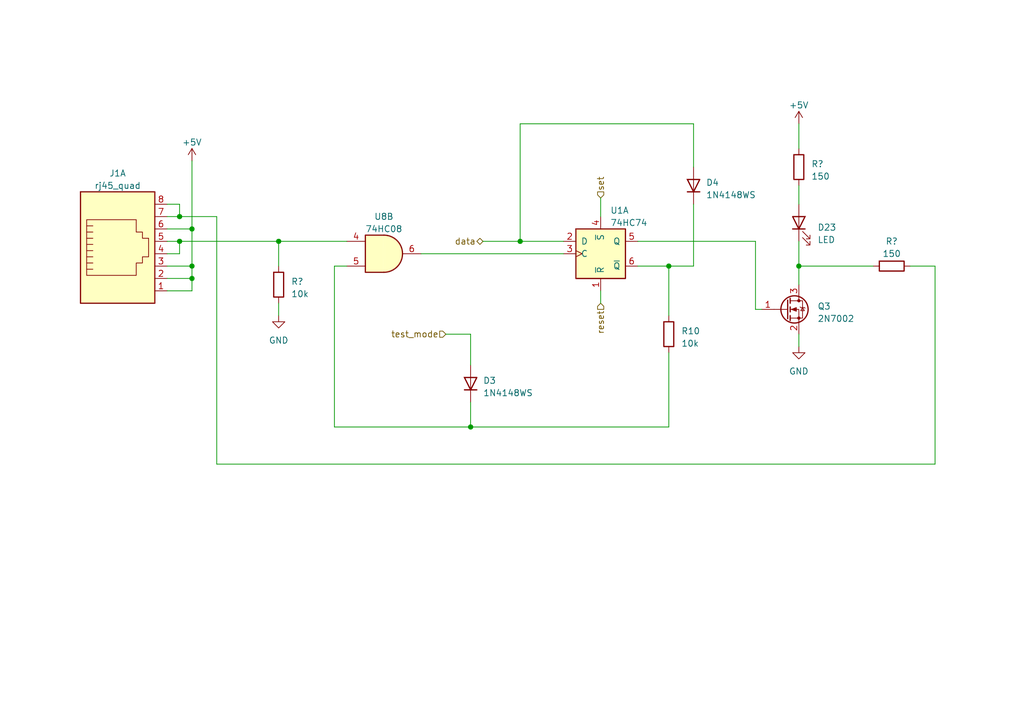
<source format=kicad_sch>
(kicad_sch (version 20230121) (generator eeschema)
  (paper "A5")
  (lib_symbols
    (symbol "74xx:74HC74" (pin_names (offset 1.016))
      (property "Reference" "U" (at -7.62 8.89 0))
      (property "Value" "74HC74" (at -7.62 -8.89 0))
      (symbol "74HC74_1_0"
        (pin input line (at 0 -7.62 90) (length 2.54) (name "~{R}") (number "1"))
        (pin input line (at -7.62 2.54 0) (length 2.54) (name "D") (number "2"))
        (pin input clock (at -7.62 0 0) (length 2.54) (name "C") (number "3"))
        (pin input line (at 0 7.62 270) (length 2.54) (name "~{S}") (number "4"))
        (pin output line (at 7.62 2.54 180) (length 2.54) (name "Q") (number "5"))
        (pin output line (at 7.62 -2.54 180) (length 2.54) (name "~{Q}") (number "6"))
      )
      (symbol "74HC74_1_1"
        (rectangle (start -5.08 5.08) (end 5.08 -5.08) (stroke (width 0.254)) (fill (type background)))
      )
      (symbol "74HC74_2_0"
        (pin input line (at 0 7.62 270) (length 2.54) (name "~{S}") (number "10"))
        (pin input clock (at -7.62 0 0) (length 2.54) (name "C") (number "11"))
        (pin input line (at -7.62 2.54 0) (length 2.54) (name "D") (number "12"))
        (pin input line (at 0 -7.62 90) (length 2.54) (name "~{R}") (number "13"))
        (pin output line (at 7.62 -2.54 180) (length 2.54) (name "~{Q}") (number "8"))
        (pin output line (at 7.62 2.54 180) (length 2.54) (name "Q") (number "9"))
      )
      (symbol "74HC74_2_1"
        (rectangle (start -5.08 5.08) (end 5.08 -5.08) (stroke (width 0.254)) (fill (type background)))
      )
      (symbol "74HC74_3_0"
        (pin power_in line (at 0 10.16 270) (length 2.54) (name "VCC") (number "14"))
        (pin power_in line (at 0 -10.16 90) (length 2.54) (name "GND") (number "7"))
      )
      (symbol "74HC74_3_1"
        (rectangle (start -5.08 7.62) (end 5.08 -7.62) (stroke (width 0.254)) (fill (type background)))
      )
    )
    (symbol "Device:D" (pin_numbers hide) (pin_names (offset 1.016) hide)
      (property "Reference" "D" (at 0 2.54 0))
      (property "Value" "D" (at 0 -2.54 0))
      (symbol "D_0_1"
        (polyline (pts (xy -1.27 1.27) (xy -1.27 -1.27)) (stroke (width 0.254)))
        (polyline (pts (xy 1.27 0) (xy -1.27 0)))
        (polyline (pts (xy 1.27 1.27) (xy 1.27 -1.27) (xy -1.27 0) (xy 1.27 1.27)) (stroke (width 0.254)))
      )
      (symbol "D_1_1"
        (pin passive line (at -3.81 0 0) (length 2.54) (name "K") (number "1"))
        (pin passive line (at 3.81 0 180) (length 2.54) (name "A") (number "2"))
      )
    )
    (symbol "Device:LED" (pin_numbers hide) (pin_names (offset 1.016) hide)
      (property "Reference" "D" (at 0 2.54 0))
      (property "Value" "LED" (at 0 -2.54 0))
      (symbol "LED_0_1"
        (polyline (pts (xy -1.27 -1.27) (xy -1.27 1.27)) (stroke (width 0.254)))
        (polyline (pts (xy -1.27 0) (xy 1.27 0)))
        (polyline (pts (xy 1.27 -1.27) (xy 1.27 1.27) (xy -1.27 0) (xy 1.27 -1.27)) (stroke (width 0.254)))
        (polyline (pts (xy -3.048 -0.762) (xy -4.572 -2.286) (xy -3.81 -2.286) (xy -4.572 -2.286) (xy -4.572 -1.524)))
        (polyline (pts (xy -1.778 -0.762) (xy -3.302 -2.286) (xy -2.54 -2.286) (xy -3.302 -2.286) (xy -3.302 -1.524)))
      )
      (symbol "LED_1_1"
        (pin passive line (at -3.81 0 0) (length 2.54) (name "K") (number "1"))
        (pin passive line (at 3.81 0 180) (length 2.54) (name "A") (number "2"))
      )
    )
    (symbol "Device:R" (pin_numbers hide) (pin_names (offset 0))
      (property "Reference" "R" (at 2.032 0 90))
      (property "Value" "R" (at 0 0 90))
      (symbol "R_0_1"
        (rectangle (start -1.016 -2.54) (end 1.016 2.54) (stroke (width 0.254)))
      )
      (symbol "R_1_1"
        (pin passive line (at 0 3.81 270) (length 1.27) (name "~") (number "1"))
        (pin passive line (at 0 -3.81 90) (length 1.27) (name "~") (number "2"))
      )
    )
    (symbol "Transistor_FET:2N7002" (pin_names hide)
      (property "Reference" "Q" (at 5.08 1.905 0))
      (property "Value" "2N7002" (at 5.08 0 0))
      (symbol "2N7002_0_1"
        (polyline (pts (xy 0.254 0) (xy -2.54 0)))
        (polyline (pts (xy 0.254 1.905) (xy 0.254 -1.905)) (stroke (width 0.254)))
        (polyline (pts (xy 0.762 -1.27) (xy 0.762 -2.286)) (stroke (width 0.254)))
        (polyline (pts (xy 0.762 0.508) (xy 0.762 -0.508)) (stroke (width 0.254)))
        (polyline (pts (xy 0.762 2.286) (xy 0.762 1.27)) (stroke (width 0.254)))
        (polyline (pts (xy 2.54 2.54) (xy 2.54 1.778)))
        (polyline (pts (xy 2.54 -2.54) (xy 2.54 0) (xy 0.762 0)))
        (polyline (pts (xy 0.762 -1.778) (xy 3.302 -1.778) (xy 3.302 1.778) (xy 0.762 1.778)))
        (polyline (pts (xy 1.016 0) (xy 2.032 0.381) (xy 2.032 -0.381) (xy 1.016 0)) (fill (type outline)))
        (polyline (pts (xy 2.794 0.508) (xy 2.921 0.381) (xy 3.683 0.381) (xy 3.81 0.254)))
        (polyline (pts (xy 3.302 0.381) (xy 2.921 -0.254) (xy 3.683 -0.254) (xy 3.302 0.381)))
        (circle (center 1.651 0) (radius 2.794) (stroke (width 0.254)))
        (circle (center 2.54 -1.778) (radius 0.254) (fill (type outline)))
        (circle (center 2.54 1.778) (radius 0.254) (fill (type outline)))
      )
      (symbol "2N7002_1_1"
        (pin input line (at -5.08 0 0) (length 2.54) (name "G") (number "1"))
        (pin passive line (at 2.54 -5.08 90) (length 2.54) (name "S") (number "2"))
        (pin passive line (at 2.54 5.08 270) (length 2.54) (name "D") (number "3"))
      )
    )
    (symbol "gates:74HC08" (pin_names (offset 1.016))
      (property "Reference" "U" (at 0 1.27 0))
      (property "Value" "74HC08" (at 0 -1.27 0))
      (symbol "74HC08_1_1"
        (arc (start 0 -3.81) (mid 3.7934 0) (end 0 3.81) (stroke (width 0.254)) (fill (type background)))
        (polyline (pts (xy 0 3.81) (xy -3.81 3.81) (xy -3.81 -3.81) (xy 0 -3.81)) (stroke (width 0.254)) (fill (type background)))
        (pin input line (at -7.62 2.54 0) (length 3.81) (name "~") (number "1"))
        (pin input line (at -7.62 -2.54 0) (length 3.81) (name "~") (number "2"))
        (pin output line (at 7.62 0 180) (length 3.81) (name "~") (number "3"))
      )
      (symbol "74HC08_1_2"
        (arc (start -3.81 -3.81) (mid -2.589 0) (end -3.81 3.81) (stroke (width 0.254)))
        (arc (start -0.6096 -3.81) (mid 2.1842 -2.5851) (end 3.81 0) (stroke (width 0.254)) (fill (type background)))
        (polyline (pts (xy -3.81 -3.81) (xy -0.635 -3.81)) (stroke (width 0.254)) (fill (type background)))
        (polyline (pts (xy -3.81 3.81) (xy -0.635 3.81)) (stroke (width 0.254)) (fill (type background)))
        (polyline (pts (xy -0.635 3.81) (xy -3.81 3.81) (xy -3.81 3.81) (xy -3.556 3.4036) (xy -3.0226 2.2606) (xy -2.6924 1.0414) (xy -2.6162 -0.254) (xy -2.7686 -1.4986) (xy -3.175 -2.7178) (xy -3.81 -3.81) (xy -3.81 -3.81) (xy -0.635 -3.81)) (stroke (width -25.4)) (fill (type background)))
        (arc (start 3.81 0) (mid 2.1915 2.5936) (end -0.6096 3.81) (stroke (width 0.254)) (fill (type background)))
        (pin input inverted (at -7.62 2.54 0) (length 4.318) (name "~") (number "1"))
        (pin input inverted (at -7.62 -2.54 0) (length 4.318) (name "~") (number "2"))
        (pin output inverted (at 7.62 0 180) (length 3.81) (name "~") (number "3"))
      )
      (symbol "74HC08_2_1"
        (arc (start 0 -3.81) (mid 3.7934 0) (end 0 3.81) (stroke (width 0.254)) (fill (type background)))
        (polyline (pts (xy 0 3.81) (xy -3.81 3.81) (xy -3.81 -3.81) (xy 0 -3.81)) (stroke (width 0.254)) (fill (type background)))
        (pin input line (at -7.62 2.54 0) (length 3.81) (name "~") (number "4"))
        (pin input line (at -7.62 -2.54 0) (length 3.81) (name "~") (number "5"))
        (pin output line (at 7.62 0 180) (length 3.81) (name "~") (number "6"))
      )
      (symbol "74HC08_2_2"
        (arc (start -3.81 -3.81) (mid -2.589 0) (end -3.81 3.81) (stroke (width 0.254)))
        (arc (start -0.6096 -3.81) (mid 2.1842 -2.5851) (end 3.81 0) (stroke (width 0.254)) (fill (type background)))
        (polyline (pts (xy -3.81 -3.81) (xy -0.635 -3.81)) (stroke (width 0.254)) (fill (type background)))
        (polyline (pts (xy -3.81 3.81) (xy -0.635 3.81)) (stroke (width 0.254)) (fill (type background)))
        (polyline (pts (xy -0.635 3.81) (xy -3.81 3.81) (xy -3.81 3.81) (xy -3.556 3.4036) (xy -3.0226 2.2606) (xy -2.6924 1.0414) (xy -2.6162 -0.254) (xy -2.7686 -1.4986) (xy -3.175 -2.7178) (xy -3.81 -3.81) (xy -3.81 -3.81) (xy -0.635 -3.81)) (stroke (width -25.4)) (fill (type background)))
        (arc (start 3.81 0) (mid 2.1915 2.5936) (end -0.6096 3.81) (stroke (width 0.254)) (fill (type background)))
        (pin input inverted (at -7.62 2.54 0) (length 4.318) (name "~") (number "4"))
        (pin input inverted (at -7.62 -2.54 0) (length 4.318) (name "~") (number "5"))
        (pin output inverted (at 7.62 0 180) (length 3.81) (name "~") (number "6"))
      )
      (symbol "74HC08_3_1"
        (arc (start 0 -3.81) (mid 3.7934 0) (end 0 3.81) (stroke (width 0.254)) (fill (type background)))
        (polyline (pts (xy 0 3.81) (xy -3.81 3.81) (xy -3.81 -3.81) (xy 0 -3.81)) (stroke (width 0.254)) (fill (type background)))
        (pin input line (at -7.62 -2.54 0) (length 3.81) (name "~") (number "10"))
        (pin output line (at 7.62 0 180) (length 3.81) (name "~") (number "8"))
        (pin input line (at -7.62 2.54 0) (length 3.81) (name "~") (number "9"))
      )
      (symbol "74HC08_3_2"
        (arc (start -3.81 -3.81) (mid -2.589 0) (end -3.81 3.81) (stroke (width 0.254)))
        (arc (start -0.6096 -3.81) (mid 2.1842 -2.5851) (end 3.81 0) (stroke (width 0.254)) (fill (type background)))
        (polyline (pts (xy -3.81 -3.81) (xy -0.635 -3.81)) (stroke (width 0.254)) (fill (type background)))
        (polyline (pts (xy -3.81 3.81) (xy -0.635 3.81)) (stroke (width 0.254)) (fill (type background)))
        (polyline (pts (xy -0.635 3.81) (xy -3.81 3.81) (xy -3.81 3.81) (xy -3.556 3.4036) (xy -3.0226 2.2606) (xy -2.6924 1.0414) (xy -2.6162 -0.254) (xy -2.7686 -1.4986) (xy -3.175 -2.7178) (xy -3.81 -3.81) (xy -3.81 -3.81) (xy -0.635 -3.81)) (stroke (width -25.4)) (fill (type background)))
        (arc (start 3.81 0) (mid 2.1915 2.5936) (end -0.6096 3.81) (stroke (width 0.254)) (fill (type background)))
        (pin input inverted (at -7.62 -2.54 0) (length 4.318) (name "~") (number "10"))
        (pin output inverted (at 7.62 0 180) (length 3.81) (name "~") (number "8"))
        (pin input inverted (at -7.62 2.54 0) (length 4.318) (name "~") (number "9"))
      )
      (symbol "74HC08_4_1"
        (arc (start 0 -3.81) (mid 3.7934 0) (end 0 3.81) (stroke (width 0.254)) (fill (type background)))
        (polyline (pts (xy 0 3.81) (xy -3.81 3.81) (xy -3.81 -3.81) (xy 0 -3.81)) (stroke (width 0.254)) (fill (type background)))
        (pin output line (at 7.62 0 180) (length 3.81) (name "~") (number "11"))
        (pin input line (at -7.62 2.54 0) (length 3.81) (name "~") (number "12"))
        (pin input line (at -7.62 -2.54 0) (length 3.81) (name "~") (number "13"))
      )
      (symbol "74HC08_4_2"
        (arc (start -3.81 -3.81) (mid -2.589 0) (end -3.81 3.81) (stroke (width 0.254)))
        (arc (start -0.6096 -3.81) (mid 2.1842 -2.5851) (end 3.81 0) (stroke (width 0.254)) (fill (type background)))
        (polyline (pts (xy -3.81 -3.81) (xy -0.635 -3.81)) (stroke (width 0.254)) (fill (type background)))
        (polyline (pts (xy -3.81 3.81) (xy -0.635 3.81)) (stroke (width 0.254)) (fill (type background)))
        (polyline (pts (xy -0.635 3.81) (xy -3.81 3.81) (xy -3.81 3.81) (xy -3.556 3.4036) (xy -3.0226 2.2606) (xy -2.6924 1.0414) (xy -2.6162 -0.254) (xy -2.7686 -1.4986) (xy -3.175 -2.7178) (xy -3.81 -3.81) (xy -3.81 -3.81) (xy -0.635 -3.81)) (stroke (width -25.4)) (fill (type background)))
        (arc (start 3.81 0) (mid 2.1915 2.5936) (end -0.6096 3.81) (stroke (width 0.254)) (fill (type background)))
        (pin output inverted (at 7.62 0 180) (length 3.81) (name "~") (number "11"))
        (pin input inverted (at -7.62 2.54 0) (length 4.318) (name "~") (number "12"))
        (pin input inverted (at -7.62 -2.54 0) (length 4.318) (name "~") (number "13"))
      )
      (symbol "74HC08_5_0"
        (pin power_in line (at 0 12.7 270) (length 5.08) (name "VCC") (number "14"))
        (pin power_in line (at 0 -12.7 90) (length 5.08) (name "GND") (number "7"))
      )
      (symbol "74HC08_5_1"
        (rectangle (start -5.08 7.62) (end 5.08 -7.62) (stroke (width 0.254)) (fill (type background)))
      )
    )
    (symbol "power:+5V" (power) (pin_names (offset 0))
      (property "Value" "+5V" (at 0 3.556 0))
      (symbol "+5V_0_1"
        (polyline (pts (xy -0.762 1.27) (xy 0 2.54)))
        (polyline (pts (xy 0 0) (xy 0 2.54)))
        (polyline (pts (xy 0 2.54) (xy 0.762 1.27)))
      )
      (symbol "+5V_1_1"
        (pin power_in line (at 0 0 90) (length 0) hide (name "+5V") (number "1"))
      )
    )
    (symbol "power:GND" (power) (pin_names (offset 0))
      (property "Value" "GND" (at 0 -3.81 0))
      (symbol "GND_0_1"
        (polyline (pts (xy 0 0) (xy 0 -1.27) (xy 1.27 -1.27) (xy 0 -2.54) (xy -1.27 -1.27) (xy 0 -1.27)))
      )
      (symbol "GND_1_1"
        (pin power_in line (at 0 0 270) (length 0) hide (name "GND") (number "1"))
      )
    )
    (symbol "rj45_multi:rj45_quad" (pin_names (offset 1.016))
      (property "Reference" "J" (at -6.35 13.97 0))
      (property "Value" "rj45_quad" (at 2.54 13.97 0))
      (symbol "rj45_quad_0_1"
        (rectangle (start -7.62 12.7) (end 7.62 -10.16) (stroke (width 0.254)) (fill (type background)))
        (polyline (pts (xy -5.08 4.445) (xy -6.35 4.445)))
        (polyline (pts (xy -5.08 5.715) (xy -6.35 5.715)))
        (polyline (pts (xy -6.35 -3.175) (xy -5.08 -3.175) (xy -5.08 -3.175)))
        (polyline (pts (xy -6.35 -1.905) (xy -5.08 -1.905) (xy -5.08 -1.905)))
        (polyline (pts (xy -6.35 -0.635) (xy -5.08 -0.635) (xy -5.08 -0.635)))
        (polyline (pts (xy -6.35 0.635) (xy -5.08 0.635) (xy -5.08 0.635)))
        (polyline (pts (xy -6.35 1.905) (xy -5.08 1.905) (xy -5.08 1.905)))
        (polyline (pts (xy -5.08 3.175) (xy -6.35 3.175) (xy -6.35 3.175)))
        (polyline (pts (xy -6.35 -4.445) (xy -6.35 6.985) (xy 3.81 6.985) (xy 3.81 4.445) (xy 5.08 4.445) (xy 5.08 3.175) (xy 6.35 3.175) (xy 6.35 -0.635) (xy 5.08 -0.635) (xy 5.08 -1.905) (xy 3.81 -1.905) (xy 3.81 -4.445) (xy -6.35 -4.445) (xy -6.35 -4.445)))
      )
      (symbol "rj45_quad_1_1"
        (pin passive line (at 10.16 -7.62 180) (length 2.54) (name "~") (number "1"))
        (pin passive line (at 10.16 -5.08 180) (length 2.54) (name "~") (number "2"))
        (pin passive line (at 10.16 -2.54 180) (length 2.54) (name "~") (number "3"))
        (pin passive line (at 10.16 0 180) (length 2.54) (name "~") (number "4"))
        (pin passive line (at 10.16 2.54 180) (length 2.54) (name "~") (number "5"))
        (pin passive line (at 10.16 5.08 180) (length 2.54) (name "~") (number "6"))
        (pin passive line (at 10.16 7.62 180) (length 2.54) (name "~") (number "7"))
        (pin passive line (at 10.16 10.16 180) (length 2.54) (name "~") (number "8"))
      )
      (symbol "rj45_quad_2_1"
        (pin passive line (at 10.16 -5.08 180) (length 2.54) (name "~") (number "10"))
        (pin passive line (at 10.16 -2.54 180) (length 2.54) (name "~") (number "11"))
        (pin passive line (at 10.16 0 180) (length 2.54) (name "~") (number "12"))
        (pin passive line (at 10.16 2.54 180) (length 2.54) (name "~") (number "13"))
        (pin passive line (at 10.16 5.08 180) (length 2.54) (name "~") (number "14"))
        (pin passive line (at 10.16 7.62 180) (length 2.54) (name "~") (number "15"))
        (pin passive line (at 10.16 10.16 180) (length 2.54) (name "~") (number "16"))
        (pin passive line (at 10.16 -7.62 180) (length 2.54) (name "~") (number "9"))
      )
      (symbol "rj45_quad_3_1"
        (pin passive line (at 10.16 -7.62 180) (length 2.54) (name "~") (number "17"))
        (pin passive line (at 10.16 -5.08 180) (length 2.54) (name "~") (number "18"))
        (pin passive line (at 10.16 -2.54 180) (length 2.54) (name "~") (number "19"))
        (pin passive line (at 10.16 0 180) (length 2.54) (name "~") (number "20"))
        (pin passive line (at 10.16 2.54 180) (length 2.54) (name "~") (number "21"))
        (pin passive line (at 10.16 5.08 180) (length 2.54) (name "~") (number "22"))
        (pin passive line (at 10.16 7.62 180) (length 2.54) (name "~") (number "23"))
        (pin passive line (at 10.16 10.16 180) (length 2.54) (name "~") (number "24"))
      )
      (symbol "rj45_quad_4_1"
        (pin passive line (at 10.16 -7.62 180) (length 2.54) (name "~") (number "25"))
        (pin passive line (at 10.16 -5.08 180) (length 2.54) (name "~") (number "26"))
        (pin passive line (at 10.16 -2.54 180) (length 2.54) (name "~") (number "27"))
        (pin passive line (at 10.16 0 180) (length 2.54) (name "~") (number "28"))
        (pin passive line (at 10.16 2.54 180) (length 2.54) (name "~") (number "29"))
        (pin passive line (at 10.16 5.08 180) (length 2.54) (name "~") (number "30"))
        (pin passive line (at 10.16 7.62 180) (length 2.54) (name "~") (number "31"))
        (pin passive line (at 10.16 10.16 180) (length 2.54) (name "~") (number "32"))
      )
    )
  )
  (junction (at 96.52 87.63))
  (junction (at 163.83 54.61))
  (junction (at 39.37 54.61))
  (junction (at 106.68 49.53))
  (junction (at 36.83 49.53))
  (junction (at 36.83 44.45))
  (junction (at 39.37 57.15))
  (junction (at 57.15 49.53))
  (junction (at 137.16 54.61))
  (junction (at 39.37 46.99))
  (wire (pts (xy 57.15 62.23) (xy 57.15 64.77)))
  (wire (pts (xy 163.83 38.1) (xy 163.83 41.91)))
  (wire (pts (xy 34.29 49.53) (xy 36.83 49.53)))
  (wire (pts (xy 34.29 52.07) (xy 36.83 52.07)))
  (wire (pts (xy 96.52 68.58) (xy 96.52 74.93)))
  (wire (pts (xy 39.37 33.02) (xy 39.37 46.99)))
  (wire (pts (xy 154.94 63.5) (xy 154.94 49.53)))
  (wire (pts (xy 34.29 54.61) (xy 39.37 54.61)))
  (wire (pts (xy 154.94 49.53) (xy 130.81 49.53)))
  (wire (pts (xy 142.24 25.4) (xy 142.24 34.29)))
  (wire (pts (xy 179.07 54.61) (xy 163.83 54.61)))
  (wire (pts (xy 137.16 54.61) (xy 137.16 64.77)))
  (wire (pts (xy 96.52 82.55) (xy 96.52 87.63)))
  (wire (pts (xy 137.16 87.63) (xy 137.16 72.39)))
  (wire (pts (xy 44.45 95.25) (xy 44.45 44.45)))
  (wire (pts (xy 163.83 71.12) (xy 163.83 68.58)))
  (wire (pts (xy 130.81 54.61) (xy 137.16 54.61)))
  (wire (pts (xy 137.16 54.61) (xy 142.24 54.61)))
  (wire (pts (xy 39.37 59.69) (xy 39.37 57.15)))
  (wire (pts (xy 123.19 40.64) (xy 123.19 44.45)))
  (wire (pts (xy 163.83 25.4) (xy 163.83 30.48)))
  (wire (pts (xy 68.58 87.63) (xy 96.52 87.63)))
  (wire (pts (xy 142.24 41.91) (xy 142.24 54.61)))
  (wire (pts (xy 163.83 49.53) (xy 163.83 54.61)))
  (wire (pts (xy 68.58 54.61) (xy 68.58 87.63)))
  (wire (pts (xy 36.83 44.45) (xy 34.29 44.45)))
  (wire (pts (xy 86.36 52.07) (xy 115.57 52.07)))
  (wire (pts (xy 191.77 95.25) (xy 44.45 95.25)))
  (wire (pts (xy 191.77 54.61) (xy 191.77 95.25)))
  (wire (pts (xy 39.37 54.61) (xy 39.37 46.99)))
  (wire (pts (xy 34.29 46.99) (xy 39.37 46.99)))
  (wire (pts (xy 106.68 49.53) (xy 106.68 25.4)))
  (wire (pts (xy 57.15 49.53) (xy 36.83 49.53)))
  (wire (pts (xy 154.94 63.5) (xy 156.21 63.5)))
  (wire (pts (xy 36.83 52.07) (xy 36.83 49.53)))
  (wire (pts (xy 36.83 41.91) (xy 36.83 44.45)))
  (wire (pts (xy 106.68 49.53) (xy 115.57 49.53)))
  (wire (pts (xy 191.77 54.61) (xy 186.69 54.61)))
  (wire (pts (xy 96.52 87.63) (xy 137.16 87.63)))
  (wire (pts (xy 57.15 49.53) (xy 71.12 49.53)))
  (wire (pts (xy 34.29 57.15) (xy 39.37 57.15)))
  (wire (pts (xy 34.29 41.91) (xy 36.83 41.91)))
  (wire (pts (xy 39.37 57.15) (xy 39.37 54.61)))
  (wire (pts (xy 99.06 49.53) (xy 106.68 49.53)))
  (wire (pts (xy 106.68 25.4) (xy 142.24 25.4)))
  (wire (pts (xy 57.15 49.53) (xy 57.15 54.61)))
  (wire (pts (xy 163.83 54.61) (xy 163.83 58.42)))
  (wire (pts (xy 34.29 59.69) (xy 39.37 59.69)))
  (wire (pts (xy 123.19 59.69) (xy 123.19 62.23)))
  (wire (pts (xy 44.45 44.45) (xy 36.83 44.45)))
  (wire (pts (xy 68.58 54.61) (xy 71.12 54.61)))
  (wire (pts (xy 91.44 68.58) (xy 96.52 68.58)))
  (hierarchical_label "data" (shape bidirectional) (at 99.06 49.53 180))
  (hierarchical_label "reset" (shape input) (at 123.19 62.23 270))
  (hierarchical_label "test_mode" (shape input) (at 91.44 68.58 180))
  (hierarchical_label "set" (shape input) (at 123.19 40.64 90))
  (symbol (lib_id "power:+5V") (at 163.83 25.4 0) (unit 1)
    (property "Reference" "#PWR063" (effects hide))
    (property "Value" "+5V" (at 163.83 21.59 0))
    (instances (project "button10_controller" (path "" (reference "#PWR063") (unit 1)) (path "" (reference "#PWR064") (unit 1)) (path "" (reference "#PWR065") (unit 1)) (path "" (reference "#PWR070") (unit 1)) (path "" (reference "#PWR071") (unit 1)) (path "" (reference "#PWR072") (unit 1)) (path "" (reference "#PWR066") (unit 1)) (path "" (reference "#PWR067") (unit 1)) (path "" (reference "#PWR068") (unit 1)) (path "" (reference "#PWR069") (unit 1))))
  )
  (symbol (lib_id "Device:LED") (at 163.83 45.72 90) (unit 1)
    (property "Reference" "D23" (at 167.64 46.6725 90) (effects (justify right)))
    (property "Value" "LED" (at 167.64 49.2125 90) (effects (justify right)))
    (property "Footprint" "LED_THT:LED_D5.0mm" (effects hide))
    (property "Datasheet" "https://datasheet.lcsc.com/lcsc/2208160930_XINGLIGHT-XL-504SURD_C2895493.pdf" (effects hide))
    (property "mpn" "C2895493" (effects hide))
    (instances (project "button10_controller" (path "" (reference "D23") (unit 1)) (path "" (reference "D24") (unit 1)) (path "" (reference "D25") (unit 1)) (path "" (reference "D30") (unit 1)) (path "" (reference "D31") (unit 1)) (path "" (reference "D32") (unit 1)) (path "" (reference "D1") (unit 1)) (path "" (reference "D2") (unit 1)) (path "" (reference "D3") (unit 1)) (path "" (reference "D4") (unit 1))))
  )
  (symbol (lib_id "Device:R") (at 137.16 68.58 0) (unit 1)
    (property "Reference" "R10" (at 139.7 67.945 0) (effects (justify left)))
    (property "Value" "10k" (at 139.7 70.485 0) (effects (justify left)))
    (property "Footprint" "Resistor_SMD:R_0402_1005Metric" (effects hide))
    (property "Datasheet" "https://datasheet.lcsc.com/lcsc/2206010100_UNI-ROYAL-Uniroyal-Elec-0402WGF1002TCE_C25744.pdf" (effects hide))
    (property "mpn" "C25744" (effects hide))
    (instances (project "button10_controller" (path "" (reference "R10") (unit 1)) (path "" (reference "R13") (unit 1)) (path "" (reference "R16") (unit 1)) (path "" (reference "R31") (unit 1)) (path "" (reference "R34") (unit 1)) (path "" (reference "R37") (unit 1)) (path "" (reference "R36") (unit 1)) (path "" (reference "R15") (unit 1)) (path "" (reference "R22") (unit 1)) (path "" (reference "R21") (unit 1))))
  )
  (symbol (lib_id "power:+5V") (at 39.37 33.02 0) (unit 1)
    (property "Reference" "#PWR023" (effects hide))
    (property "Value" "+5V" (at 39.37 29.21 0))
    (instances (project "button10_controller" (path "" (reference "#PWR023") (unit 1)) (path "" (reference "#PWR026") (unit 1)) (path "" (reference "#PWR029") (unit 1)) (path "" (reference "#PWR044") (unit 1)) (path "" (reference "#PWR047") (unit 1)) (path "" (reference "#PWR050") (unit 1)) (path "" (reference "#PWR032") (unit 1)) (path "" (reference "#PWR035") (unit 1)) (path "" (reference "#PWR038") (unit 1)) (path "" (reference "#PWR041") (unit 1))))
  )
  (symbol (lib_id "power:GND") (at 163.83 71.12 0) (unit 1)
    (property "Reference" "#PWR025" (effects hide))
    (property "Value" "GND" (at 163.83 76.2 0))
    (instances (project "button10_controller" (path "" (reference "#PWR025") (unit 1)) (path "" (reference "#PWR028") (unit 1)) (path "" (reference "#PWR031") (unit 1)) (path "" (reference "#PWR046") (unit 1)) (path "" (reference "#PWR049") (unit 1)) (path "" (reference "#PWR052") (unit 1)) (path "" (reference "#PWR034") (unit 1)) (path "" (reference "#PWR037") (unit 1)) (path "" (reference "#PWR040") (unit 1)) (path "" (reference "#PWR043") (unit 1))))
  )
  (symbol (lib_id "gates:74HC08") (at 78.74 52.07 0) (unit 2)
    (property "Reference" "U8" (at 78.7317 44.45 0))
    (property "Value" "74HC08" (at 78.7317 46.99 0))
    (property "Footprint" "Package_SO:SOIC-14_3.9x8.7mm_P1.27mm" (effects hide))
    (property "Datasheet" "http://www.ti.com/lit/gpn/sn74LS08" (effects hide))
    (property "mpn" "C5593" (effects hide))
    (instances (project "button10_controller" (path "" (reference "U8") (unit 2)) (path "" (reference "U8") (unit 3)) (path "" (reference "U8") (unit 4)) (path "" (reference "U10") (unit 1)) (path "" (reference "U10") (unit 2)) (path "" (reference "U10") (unit 3)) (path "" (reference "U2") (unit 1)) (path "" (reference "U2") (unit 2)) (path "" (reference "U2") (unit 3)) (path "" (reference "U2") (unit 4))))
  )
  (symbol (lib_id "Transistor_FET:2N7002") (at 161.29 63.5 0) (unit 1)
    (property "Reference" "Q3" (at 167.64 62.865 0) (effects (justify left)))
    (property "Value" "2N7002" (at 167.64 65.405 0) (effects (justify left)))
    (property "Footprint" "Package_TO_SOT_SMD:SOT-23" (effects hide))
    (property "Datasheet" "https://www.onsemi.com/pub/Collateral/NDS7002A-D.PDF" (effects hide))
    (property "mpn" "C8545" (effects hide))
    (instances (project "button10_controller" (path "" (reference "Q3") (unit 1)) (path "" (reference "Q4") (unit 1)) (path "" (reference "Q5") (unit 1)) (path "" (reference "Q10") (unit 1)) (path "" (reference "Q11") (unit 1)) (path "" (reference "Q12") (unit 1)) (path "" (reference "Q4") (unit 1)) (path "" (reference "Q5") (unit 1)) (path "" (reference "Q6") (unit 1)) (path "" (reference "Q7") (unit 1))))
  )
  (symbol (lib_id "Device:R") (at 57.15 58.42 0) (unit 1)
    (property "Reference" "R?" (at 59.69 57.785 0) (effects (justify left)))
    (property "Value" "10k" (at 59.69 60.325 0) (effects (justify left)))
    (property "Footprint" "Resistor_SMD:R_0402_1005Metric" (effects hide))
    (property "Datasheet" "https://datasheet.lcsc.com/lcsc/2206010100_UNI-ROYAL-Uniroyal-Elec-0402WGF1002TCE_C25744.pdf" (effects hide))
    (property "mpn" "C25744" (effects hide))
    (instances (project "button10_controller" (path "" (reference "R?") (unit 1)) (path "" (reference "R9") (unit 1)) (path "" (reference "R12") (unit 1)) (path "" (reference "R15") (unit 1)) (path "" (reference "R30") (unit 1)) (path "" (reference "R33") (unit 1)) (path "" (reference "R36") (unit 1)) (path "" (reference "R17") (unit 1)) (path "" (reference "R1") (unit 1)) (path "" (reference "R23") (unit 1)) (path "" (reference "R37") (unit 1))))
  )
  (symbol (lib_id "power:GND") (at 57.15 64.77 0) (unit 1)
    (property "Reference" "#PWR?" (effects hide))
    (property "Value" "GND" (at 57.15 69.85 0))
    (instances (project "button10_controller" (path "" (reference "#PWR?") (unit 1)) (path "" (reference "#PWR024") (unit 1)) (path "" (reference "#PWR027") (unit 1)) (path "" (reference "#PWR030") (unit 1)) (path "" (reference "#PWR045") (unit 1)) (path "" (reference "#PWR048") (unit 1)) (path "" (reference "#PWR051") (unit 1)) (path "" (reference "#PWR033") (unit 1)) (path "" (reference "#PWR036") (unit 1)) (path "" (reference "#PWR039") (unit 1)) (path "" (reference "#PWR042") (unit 1))))
  )
  (symbol (lib_id "Device:D") (at 142.24 38.1 90) (unit 1)
    (property "Reference" "D4" (at 144.78 37.465 90) (effects (justify right)))
    (property "Value" "1N4148WS" (at 144.78 40.005 90) (effects (justify right)))
    (property "Footprint" "Diode_SMD:D_SOD-323" (effects hide))
    (property "Datasheet" "https://www.vishay.com/docs/85751/1n4148ws.pdf" (effects hide))
    (property "Sim.Device" "D" (effects hide))
    (property "Sim.Pins" "1=K 2=A" (effects hide))
    (property "mpn" "C2128" (effects hide))
    (instances (project "button10_controller" (path "" (reference "D4") (unit 1)) (path "" (reference "D6") (unit 1)) (path "" (reference "D8") (unit 1)) (path "" (reference "D18") (unit 1)) (path "" (reference "D20") (unit 1)) (path "" (reference "D22") (unit 1)) (path "" (reference "D26") (unit 1)) (path "" (reference "D25") (unit 1)) (path "" (reference "D13") (unit 1)) (path "" (reference "D20") (unit 1))))
  )
  (symbol (lib_id "Device:D") (at 96.52 78.74 90) (unit 1)
    (property "Reference" "D3" (at 99.06 78.105 90) (effects (justify right)))
    (property "Value" "1N4148WS" (at 99.06 80.645 90) (effects (justify right)))
    (property "Footprint" "Diode_SMD:D_SOD-323" (effects hide))
    (property "Datasheet" "https://www.vishay.com/docs/85751/1n4148ws.pdf" (effects hide))
    (property "Sim.Device" "D" (effects hide))
    (property "Sim.Pins" "1=K 2=A" (effects hide))
    (property "mpn" "C2128" (effects hide))
    (instances (project "button10_controller" (path "" (reference "D3") (unit 1)) (path "" (reference "D5") (unit 1)) (path "" (reference "D7") (unit 1)) (path "" (reference "D17") (unit 1)) (path "" (reference "D19") (unit 1)) (path "" (reference "D21") (unit 1)) (path "" (reference "D19") (unit 1)) (path "" (reference "D12") (unit 1)) (path "" (reference "D24") (unit 1)) (path "" (reference "D17") (unit 1))))
  )
  (symbol (lib_id "Device:R") (at 182.88 54.61 90) (unit 1)
    (property "Reference" "R?" (at 182.88 49.53 90))
    (property "Value" "150" (at 182.88 52.07 90))
    (property "Footprint" "Resistor_SMD:R_0603_1608Metric" (effects hide))
    (property "Datasheet" "https://datasheet.lcsc.com/lcsc/2206010130_UNI-ROYAL-Uniroyal-Elec-0603WAF1500T5E_C22808.pdf" (effects hide))
    (property "mpn" "C22808" (effects hide))
    (instances (project "button10_controller" (path "" (reference "R?") (unit 1)) (path "" (reference "R11") (unit 1)) (path "" (reference "R14") (unit 1)) (path "" (reference "R17") (unit 1)) (path "" (reference "R32") (unit 1)) (path "" (reference "R35") (unit 1)) (path "" (reference "R38") (unit 1)) (path "" (reference "R41") (unit 1)) (path "" (reference "R26") (unit 1)) (path "" (reference "R45") (unit 1)) (path "" (reference "R47") (unit 1))))
  )
  (symbol (lib_id "Device:R") (at 163.83 34.29 0) (unit 1)
    (property "Reference" "R?" (at 166.37 33.655 0) (effects (justify left)))
    (property "Value" "150" (at 166.37 36.195 0) (effects (justify left)))
    (property "Footprint" "Resistor_SMD:R_0603_1608Metric" (effects hide))
    (property "Datasheet" "https://datasheet.lcsc.com/lcsc/2206010130_UNI-ROYAL-Uniroyal-Elec-0603WAF1500T5E_C22808.pdf" (effects hide))
    (property "mpn" "C22808" (effects hide))
    (instances (project "button10_controller" (path "" (reference "R?") (unit 1)) (path "" (reference "R39") (unit 1)) (path "" (reference "R40") (unit 1)) (path "" (reference "R41") (unit 1)) (path "" (reference "R46") (unit 1)) (path "" (reference "R47") (unit 1)) (path "" (reference "R48") (unit 1)) (path "" (reference "R4") (unit 1)) (path "" (reference "R6") (unit 1)) (path "" (reference "R5") (unit 1)) (path "" (reference "R11") (unit 1))))
  )
  (symbol (lib_id "rj45_multi:rj45_quad") (at 24.13 52.07 0) (unit 1)
    (property "Reference" "J1" (at 24.13 35.56 0))
    (property "Value" "rj45_quad" (at 24.13 38.1 0))
    (property "Footprint" "rj45:rj45_quad_RC01406" (effects hide))
    (property "Datasheet" "https://datasheet.lcsc.com/lcsc/2007281105_RCH-RC01406_C708628.pdf" (effects hide))
    (property "mpn" "C708628" (effects hide))
    (instances (project "button10_controller" (path "" (reference "J1") (unit 1)) (path "" (reference "J1") (unit 2)) (path "" (reference "J1") (unit 3)) (path "" (reference "J1") (unit 4))))
  )
  (symbol (lib_id "74xx:74HC74") (at 123.19 52.07 0) (unit 1)
    (property "Reference" "U1" (at 125.1459 43.18 0) (effects (justify left)))
    (property "Value" "74HC74" (at 125.1459 45.72 0) (effects (justify left)))
    (property "Footprint" "Package_SO:SOIC-14_3.9x8.7mm_P1.27mm" (effects hide))
    (property "Datasheet" "https://www.ti.com/lit/ds/symlink/sn74hc74.pdf" (effects hide))
    (property "mpn" "C27597" (effects hide))
    (instances (project "button10_controller" (path "" (reference "U1") (unit 1)) (path "" (reference "U1") (unit 2)) (path "" (reference "U2") (unit 1)) (path "" (reference "U4") (unit 2)) (path "" (reference "U5") (unit 1)) (path "" (reference "U5") (unit 2)) (path "" (reference "U7") (unit 2)) (path "" (reference "U1") (unit 1)) (path "" (reference "U1") (unit 2)) (path "" (reference "U3") (unit 1))))
  )
)
</source>
